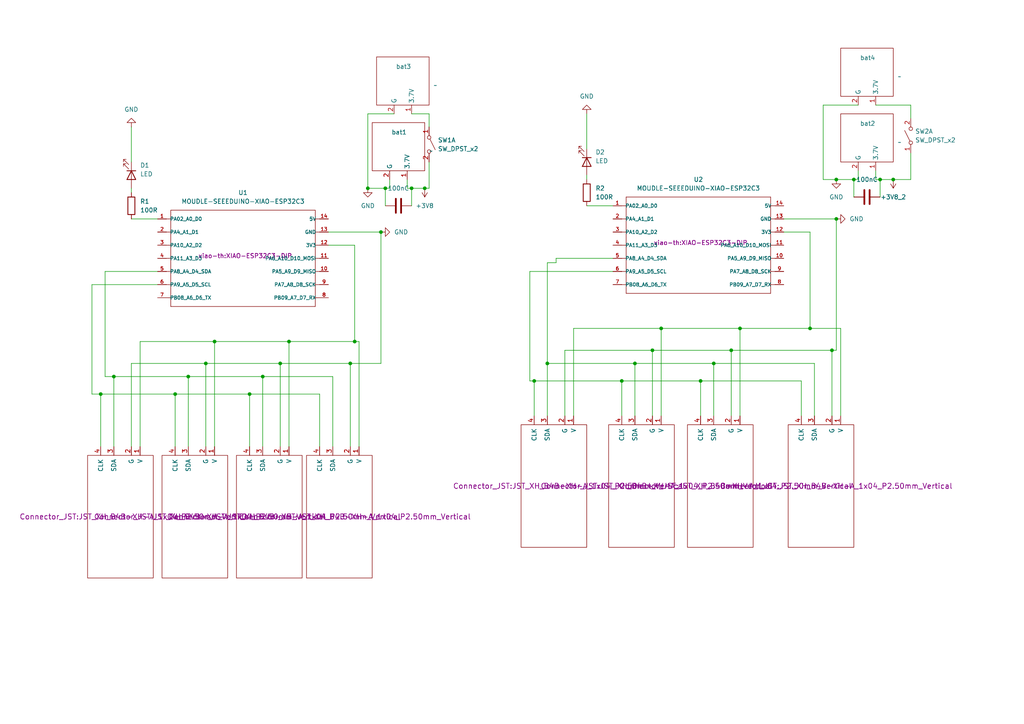
<source format=kicad_sch>
(kicad_sch (version 20250114) (generator "eeschema") (generator_version "9.0")
  (paper "A4")
  (lib_symbols
    (symbol "Device:C" (pin_numbers (hide yes)) (pin_names (offset 0.254))
      (property "Reference" "C" (at 0.635 2.54 0))
      (property "Value" "C" (at 0.635 -2.54 0))
      (symbol "C_0_1"
        (polyline (pts (xy -2.032 0.762) (xy 2.032 0.762)) (stroke (width 0.508)))
        (polyline (pts (xy -2.032 -0.762) (xy 2.032 -0.762)) (stroke (width 0.508)))
      )
      (symbol "C_1_1"
        (pin passive line (at 0 3.81 270) (length 2.794) (name "~") (number "1"))
        (pin passive line (at 0 -3.81 90) (length 2.794) (name "~") (number "2"))
      )
    )
    (symbol "Device:LED" (pin_numbers (hide yes)) (pin_names (offset 1.016) (hide yes))
      (property "Reference" "D" (at 0 2.54 0))
      (property "Value" "LED" (at 0 -2.54 0))
      (symbol "LED_0_1"
        (polyline (pts (xy -3.048 -0.762) (xy -4.572 -2.286) (xy -3.81 -2.286) (xy -4.572 -2.286) (xy -4.572 -1.524)))
        (polyline (pts (xy -1.778 -0.762) (xy -3.302 -2.286) (xy -2.54 -2.286) (xy -3.302 -2.286) (xy -3.302 -1.524)))
        (polyline (pts (xy -1.27 0) (xy 1.27 0)))
        (polyline (pts (xy -1.27 -1.27) (xy -1.27 1.27)) (stroke (width 0.254)))
        (polyline (pts (xy 1.27 -1.27) (xy 1.27 1.27) (xy -1.27 0) (xy 1.27 -1.27)) (stroke (width 0.254)))
      )
      (symbol "LED_1_1"
        (pin passive line (at -3.81 0 0) (length 2.54) (name "K") (number "1"))
        (pin passive line (at 3.81 0 180) (length 2.54) (name "A") (number "2"))
      )
    )
    (symbol "Device:R" (pin_numbers (hide yes)) (pin_names (offset 0))
      (property "Reference" "R" (at 2.032 0 90))
      (property "Value" "R" (at 0 0 90))
      (symbol "R_0_1"
        (rectangle (start -1.016 -2.54) (end 1.016 2.54) (stroke (width 0.254)))
      )
      (symbol "R_1_1"
        (pin passive line (at 0 3.81 270) (length 1.27) (name "~") (number "1"))
        (pin passive line (at 0 -3.81 90) (length 1.27) (name "~") (number "2"))
      )
    )
    (symbol "Switch:SW_DPST_x2" (pin_names (offset 0) (hide yes))
      (property "Reference" "SW" (at 0 3.175 0))
      (property "Value" "SW_DPST_x2" (at 0 -2.54 0))
      (symbol "SW_DPST_x2_0_0"
        (circle (center -2.032 0) (radius 0.508))
        (polyline (pts (xy -1.524 0.254) (xy 1.524 1.778)))
        (circle (center 2.032 0) (radius 0.508))
      )
      (symbol "SW_DPST_x2_1_1"
        (pin passive line (at -5.08 0 0) (length 2.54) (name "A") (number "1"))
        (pin passive line (at 5.08 0 180) (length 2.54) (name "B") (number "2"))
      )
      (symbol "SW_DPST_x2_2_1"
        (pin passive line (at -5.08 0 0) (length 2.54) (name "A") (number "3"))
        (pin passive line (at 5.08 0 180) (length 2.54) (name "B") (number "4"))
      )
    )
    (symbol "extra:BAT"
      (property "Reference" "bat" (at 0 0 0))
      (symbol "BAT_0_1"
        (rectangle (start -7.62 6.35) (end 7.62 -7.62))
      )
      (symbol "BAT_1_1"
        (pin input line (at -2.54 8.89 270) (length 2.54) (name "3.7V") (number "1"))
        (pin input line (at 2.54 8.89 270) (length 2.54) (name "G") (number "2"))
      )
    )
    (symbol "mlx90393:MLX90393" (pin_names (offset 1.016))
      (symbol "MLX90393_0_1"
        (rectangle (start 10.16 -17.78) (end -8.89 17.78))
      )
      (symbol "MLX90393_1_1"
        (pin input line (at -5.08 20.32 270) (length 2.54) (name "CLK") (number "4"))
        (pin input line (at -1.27 20.32 270) (length 2.54) (name "SDA") (number "3"))
        (pin input line (at 3.81 20.32 270) (length 2.54) (name "G") (number "2"))
        (pin input line (at 6.35 20.32 270) (length 2.54) (name "V") (number "1"))
      )
    )
    (symbol "power:+3V8" (power) (pin_numbers (hide yes)) (pin_names (offset 0) (hide yes))
      (property "Value" "+3V8" (at 0 3.556 0))
      (symbol "+3V8_0_1"
        (polyline (pts (xy -0.762 1.27) (xy 0 2.54)))
        (polyline (pts (xy 0 2.54) (xy 0.762 1.27)))
        (polyline (pts (xy 0 0) (xy 0 2.54)))
      )
      (symbol "+3V8_1_1"
        (pin power_in line (at 0 0 90) (length 0) (name "~") (number "1"))
      )
    )
    (symbol "power:GND" (power) (pin_numbers (hide yes)) (pin_names (offset 0) (hide yes))
      (property "Value" "GND" (at 0 -3.81 0))
      (symbol "GND_0_1"
        (polyline (pts (xy 0 0) (xy 0 -1.27) (xy 1.27 -1.27) (xy 0 -2.54) (xy -1.27 -1.27) (xy 0 -1.27)))
      )
      (symbol "GND_1_1"
        (pin power_in line (at 0 0 270) (length 0) (name "~") (number "1"))
      )
    )
    (symbol "xiaoESP32:MOUDLE-SEEEDUINO-XIAO-ESP32C3" (pin_names (offset 1.016))
      (property "Reference" "U" (at -21.59 15.24 0))
      (property "Value" "MOUDLE-SEEEDUINO-XIAO-ESP32C3" (at -21.59 13.97 0))
      (symbol "MOUDLE-SEEEDUINO-XIAO-ESP32C3_0_0"
        (polyline (pts (xy -21.59 13.97) (xy 20.32 13.97)) (stroke (width 0.1524)))
        (polyline (pts (xy -21.59 11.43) (xy -22.86 11.43)) (stroke (width 0.1524)))
        (polyline (pts (xy -21.59 11.43) (xy -21.59 13.97)) (stroke (width 0.1524)))
        (polyline (pts (xy -21.59 7.62) (xy -22.86 7.62)) (stroke (width 0.1524)))
        (polyline (pts (xy -21.59 7.62) (xy -21.59 11.43)) (stroke (width 0.1524)))
        (polyline (pts (xy -21.59 3.81) (xy -22.86 3.81)) (stroke (width 0.1524)))
        (polyline (pts (xy -21.59 3.81) (xy -21.59 7.62)) (stroke (width 0.1524)))
        (polyline (pts (xy -21.59 0) (xy -22.86 0)) (stroke (width 0.1524)))
        (polyline (pts (xy -21.59 0) (xy -21.59 3.81)) (stroke (width 0.1524)))
        (polyline (pts (xy -21.59 -3.81) (xy -22.86 -3.81)) (stroke (width 0.1524)))
        (polyline (pts (xy -21.59 -7.62) (xy -22.86 -7.62)) (stroke (width 0.1524)))
        (polyline (pts (xy -21.59 -11.43) (xy -22.86 -11.43)) (stroke (width 0.1524)))
        (polyline (pts (xy -21.59 -13.97) (xy -21.59 0)) (stroke (width 0.1524)))
        (polyline (pts (xy 20.32 13.97) (xy 20.32 11.43)) (stroke (width 0.1524)))
        (polyline (pts (xy 20.32 11.43) (xy 20.32 7.62)) (stroke (width 0.1524)))
        (polyline (pts (xy 20.32 7.62) (xy 20.32 3.81)) (stroke (width 0.1524)))
        (polyline (pts (xy 20.32 3.81) (xy 20.32 -13.97)) (stroke (width 0.1524)))
        (polyline (pts (xy 20.32 -13.97) (xy -21.59 -13.97)) (stroke (width 0.1524)))
        (polyline (pts (xy 21.59 11.43) (xy 20.32 11.43)) (stroke (width 0.1524)))
        (polyline (pts (xy 21.59 7.62) (xy 20.32 7.62)) (stroke (width 0.1524)))
        (polyline (pts (xy 21.59 3.81) (xy 20.32 3.81)) (stroke (width 0.1524)))
        (polyline (pts (xy 21.59 0) (xy 20.32 0)) (stroke (width 0.1524)))
        (polyline (pts (xy 21.59 -3.81) (xy 20.32 -3.81)) (stroke (width 0.1524)))
        (polyline (pts (xy 21.59 -7.62) (xy 20.32 -7.62)) (stroke (width 0.1524)))
        (polyline (pts (xy 21.59 -11.43) (xy 20.32 -11.43)) (stroke (width 0.1524)))
        (pin bidirectional line (at -25.4 11.43 0) (length 2.54) (name "PA02_A0_D0") (number "1"))
        (pin bidirectional line (at -25.4 7.62 0) (length 2.54) (name "PA4_A1_D1") (number "2"))
        (pin bidirectional line (at -25.4 3.81 0) (length 2.54) (name "PA10_A2_D2") (number "3"))
        (pin bidirectional line (at -25.4 0 0) (length 2.54) (name "PA11_A3_D3") (number "4"))
        (pin bidirectional line (at -25.4 -3.81 0) (length 2.54) (name "PA8_A4_D4_SDA") (number "5"))
        (pin bidirectional line (at -25.4 -7.62 0) (length 2.54) (name "PA9_A5_D5_SCL") (number "6"))
        (pin bidirectional line (at -25.4 -11.43 0) (length 2.54) (name "PB08_A6_D6_TX") (number "7"))
        (pin bidirectional line (at 24.13 11.43 180) (length 2.54) (name "5V") (number "14"))
        (pin bidirectional line (at 24.13 7.62 180) (length 2.54) (name "GND") (number "13"))
        (pin bidirectional line (at 24.13 3.81 180) (length 2.54) (name "3V3") (number "12"))
        (pin bidirectional line (at 24.13 0 180) (length 2.54) (name "PA6_A10_D10_MOSI") (number "11"))
        (pin bidirectional line (at 24.13 -3.81 180) (length 2.54) (name "PA5_A9_D9_MISO") (number "10"))
        (pin bidirectional line (at 24.13 -7.62 180) (length 2.54) (name "PA7_A8_D8_SCK") (number "9"))
        (pin bidirectional line (at 24.13 -11.43 180) (length 2.54) (name "PB09_A7_D7_RX") (number "8"))
      )
    )
  )
  (junction (at 189.23 101.6))
  (junction (at 242.57 52.07))
  (junction (at 62.23 99.06))
  (junction (at 72.39 114.3))
  (junction (at 207.01 105.41))
  (junction (at 242.57 63.5))
  (junction (at 81.28 105.41))
  (junction (at 101.6 105.41))
  (junction (at 106.68 54.61))
  (junction (at 212.09 101.6))
  (junction (at 50.8 114.3))
  (junction (at 241.3 101.6))
  (junction (at 214.63 95.25))
  (junction (at 255.27 52.07))
  (junction (at 191.77 95.25))
  (junction (at 203.2 110.49))
  (junction (at 83.82 99.06))
  (junction (at 119.38 54.61))
  (junction (at 33.02 109.22))
  (junction (at 259.08 52.07))
  (junction (at 123.19 54.61))
  (junction (at 111.76 54.61))
  (junction (at 110.49 67.31))
  (junction (at 76.2 109.22))
  (junction (at 154.94 110.49))
  (junction (at 54.61 109.22))
  (junction (at 102.87 99.06))
  (junction (at 184.15 105.41))
  (junction (at 158.75 105.41))
  (junction (at 29.21 114.3))
  (junction (at 180.34 110.49))
  (junction (at 59.69 105.41))
  (junction (at 247.65 52.07))
  (junction (at 234.95 95.25))
  (wire (pts (xy 191.77 95.25) (xy 214.63 95.25)))
  (wire (pts (xy 161.29 76.2) (xy 161.29 74.93)))
  (wire (pts (xy 207.01 105.41) (xy 236.22 105.41)))
  (wire (pts (xy 247.65 52.07) (xy 248.92 52.07)))
  (wire (pts (xy 189.23 101.6) (xy 212.09 101.6)))
  (wire (pts (xy 214.63 95.25) (xy 214.63 120.65)))
  (wire (pts (xy 111.76 54.61) (xy 113.03 54.61)))
  (wire (pts (xy 59.69 105.41) (xy 59.69 129.54)))
  (wire (pts (xy 180.34 110.49) (xy 203.2 110.49)))
  (wire (pts (xy 102.87 71.12) (xy 102.87 99.06)))
  (wire (pts (xy 54.61 109.22) (xy 54.61 129.54)))
  (wire (pts (xy 33.02 129.54) (xy 33.02 109.22)))
  (wire (pts (xy 264.16 44.45) (xy 264.16 52.07)))
  (wire (pts (xy 81.28 105.41) (xy 101.6 105.41)))
  (wire (pts (xy 153.67 78.74) (xy 177.8 78.74)))
  (wire (pts (xy 119.38 54.61) (xy 119.38 59.69)))
  (wire (pts (xy 124.46 54.61) (xy 123.19 54.61)))
  (wire (pts (xy 30.48 109.22) (xy 33.02 109.22)))
  (wire (pts (xy 72.39 114.3) (xy 92.71 114.3)))
  (wire (pts (xy 247.65 52.07) (xy 247.65 57.15)))
  (wire (pts (xy 254 30.48) (xy 264.16 30.48)))
  (wire (pts (xy 242.57 52.07) (xy 247.65 52.07)))
  (wire (pts (xy 113.03 54.61) (xy 113.03 52.07)))
  (wire (pts (xy 124.46 33.02) (xy 124.46 36.83)))
  (wire (pts (xy 59.69 105.41) (xy 81.28 105.41)))
  (wire (pts (xy 255.27 52.07) (xy 254 52.07)))
  (wire (pts (xy 45.72 78.74) (xy 30.48 78.74)))
  (wire (pts (xy 158.75 105.41) (xy 184.15 105.41)))
  (wire (pts (xy 119.38 54.61) (xy 123.19 54.61)))
  (wire (pts (xy 238.76 52.07) (xy 242.57 52.07)))
  (wire (pts (xy 232.41 120.65) (xy 232.41 110.49)))
  (wire (pts (xy 154.94 120.65) (xy 154.94 110.49)))
  (wire (pts (xy 124.46 46.99) (xy 124.46 54.61)))
  (wire (pts (xy 50.8 114.3) (xy 50.8 129.54)))
  (wire (pts (xy 207.01 105.41) (xy 207.01 120.65)))
  (wire (pts (xy 40.64 99.06) (xy 62.23 99.06)))
  (wire (pts (xy 158.75 105.41) (xy 158.75 120.65)))
  (wire (pts (xy 102.87 99.06) (xy 104.14 99.06)))
  (wire (pts (xy 119.38 33.02) (xy 124.46 33.02)))
  (wire (pts (xy 38.1 105.41) (xy 59.69 105.41)))
  (wire (pts (xy 184.15 105.41) (xy 184.15 120.65)))
  (wire (pts (xy 254 52.07) (xy 254 49.53)))
  (wire (pts (xy 242.57 63.5) (xy 242.57 101.6)))
  (wire (pts (xy 54.61 109.22) (xy 76.2 109.22)))
  (wire (pts (xy 153.67 78.74) (xy 153.67 110.49)))
  (wire (pts (xy 161.29 76.2) (xy 158.75 76.2)))
  (wire (pts (xy 30.48 78.74) (xy 30.48 109.22)))
  (wire (pts (xy 29.21 129.54) (xy 29.21 114.3)))
  (wire (pts (xy 163.83 101.6) (xy 189.23 101.6)))
  (wire (pts (xy 170.18 50.8) (xy 170.18 52.07)))
  (wire (pts (xy 166.37 95.25) (xy 191.77 95.25)))
  (wire (pts (xy 264.16 30.48) (xy 264.16 34.29)))
  (wire (pts (xy 238.76 30.48) (xy 238.76 52.07)))
  (wire (pts (xy 106.68 33.02) (xy 106.68 54.61)))
  (wire (pts (xy 33.02 109.22) (xy 54.61 109.22)))
  (wire (pts (xy 95.25 67.31) (xy 110.49 67.31)))
  (wire (pts (xy 180.34 110.49) (xy 180.34 120.65)))
  (wire (pts (xy 236.22 105.41) (xy 236.22 120.65)))
  (wire (pts (xy 264.16 52.07) (xy 259.08 52.07)))
  (wire (pts (xy 114.3 33.02) (xy 106.68 33.02)))
  (wire (pts (xy 184.15 105.41) (xy 207.01 105.41)))
  (wire (pts (xy 83.82 99.06) (xy 83.82 129.54)))
  (wire (pts (xy 234.95 95.25) (xy 243.84 95.25)))
  (wire (pts (xy 76.2 109.22) (xy 76.2 129.54)))
  (wire (pts (xy 243.84 95.25) (xy 243.84 120.65)))
  (wire (pts (xy 26.67 114.3) (xy 29.21 114.3)))
  (wire (pts (xy 163.83 120.65) (xy 163.83 101.6)))
  (wire (pts (xy 255.27 52.07) (xy 259.08 52.07)))
  (wire (pts (xy 154.94 110.49) (xy 180.34 110.49)))
  (wire (pts (xy 158.75 76.2) (xy 158.75 105.41)))
  (wire (pts (xy 50.8 114.3) (xy 72.39 114.3)))
  (wire (pts (xy 76.2 109.22) (xy 96.52 109.22)))
  (wire (pts (xy 40.64 129.54) (xy 40.64 99.06)))
  (wire (pts (xy 38.1 63.5) (xy 45.72 63.5)))
  (wire (pts (xy 29.21 114.3) (xy 50.8 114.3)))
  (wire (pts (xy 106.68 54.61) (xy 111.76 54.61)))
  (wire (pts (xy 102.87 71.12) (xy 95.25 71.12)))
  (wire (pts (xy 118.11 54.61) (xy 118.11 52.07)))
  (wire (pts (xy 26.67 114.3) (xy 26.67 82.55)))
  (wire (pts (xy 111.76 54.61) (xy 111.76 59.69)))
  (wire (pts (xy 119.38 54.61) (xy 118.11 54.61)))
  (wire (pts (xy 212.09 101.6) (xy 241.3 101.6)))
  (wire (pts (xy 81.28 105.41) (xy 81.28 129.54)))
  (wire (pts (xy 189.23 101.6) (xy 189.23 120.65)))
  (wire (pts (xy 83.82 99.06) (xy 102.87 99.06)))
  (wire (pts (xy 38.1 129.54) (xy 38.1 105.41)))
  (wire (pts (xy 234.95 67.31) (xy 227.33 67.31)))
  (wire (pts (xy 234.95 67.31) (xy 234.95 95.25)))
  (wire (pts (xy 104.14 99.06) (xy 104.14 129.54)))
  (wire (pts (xy 110.49 67.31) (xy 110.49 105.41)))
  (wire (pts (xy 255.27 52.07) (xy 255.27 57.15)))
  (wire (pts (xy 170.18 59.69) (xy 177.8 59.69)))
  (wire (pts (xy 38.1 36.83) (xy 38.1 46.99)))
  (wire (pts (xy 153.67 110.49) (xy 154.94 110.49)))
  (wire (pts (xy 203.2 110.49) (xy 232.41 110.49)))
  (wire (pts (xy 203.2 120.65) (xy 203.2 110.49)))
  (wire (pts (xy 214.63 95.25) (xy 234.95 95.25)))
  (wire (pts (xy 62.23 99.06) (xy 83.82 99.06)))
  (wire (pts (xy 170.18 33.02) (xy 170.18 43.18)))
  (wire (pts (xy 38.1 54.61) (xy 38.1 55.88)))
  (wire (pts (xy 191.77 95.25) (xy 191.77 120.65)))
  (wire (pts (xy 101.6 105.41) (xy 110.49 105.41)))
  (wire (pts (xy 212.09 101.6) (xy 212.09 120.65)))
  (wire (pts (xy 248.92 52.07) (xy 248.92 49.53)))
  (wire (pts (xy 241.3 101.6) (xy 242.57 101.6)))
  (wire (pts (xy 161.29 74.93) (xy 177.8 74.93)))
  (wire (pts (xy 72.39 129.54) (xy 72.39 114.3)))
  (wire (pts (xy 166.37 120.65) (xy 166.37 95.25)))
  (wire (pts (xy 26.67 82.55) (xy 45.72 82.55)))
  (wire (pts (xy 96.52 109.22) (xy 96.52 129.54)))
  (wire (pts (xy 248.92 30.48) (xy 238.76 30.48)))
  (wire (pts (xy 227.33 63.5) (xy 242.57 63.5)))
  (wire (pts (xy 241.3 101.6) (xy 241.3 120.65)))
  (wire (pts (xy 92.71 129.54) (xy 92.71 114.3)))
  (wire (pts (xy 101.6 105.41) (xy 101.6 129.54)))
  (wire (pts (xy 62.23 99.06) (xy 62.23 129.54)))
  (symbol (lib_id "Switch:SW_DPST_x2") (at 124.46 41.91 270) (unit 1)
    (property "Reference" "SW1" (at 127 40.6399 90) (effects (justify left)))
    (property "Value" "SW_DPST_x2" (at 127 43.1799 90) (effects (justify left)))
    (property "Footprint" "Connector_JST:JST_PH_B2B-PH-K_1x02_P2.00mm_Vertical" (effects (hide yes)))
    (property "Description" "Single Pole Single Throw (SPST) switch, separate symbol" (effects (hide yes)))
  )
  (symbol (lib_id "extra:BAT") (at 251.46 21.59 180) (unit 1)
    (property "Reference" "bat4" (at 249.428 16.764 0) (effects (justify right)))
    (property "Value" "~" (at 260.35 22.225 0) (effects (justify right)))
    (property "Footprint" "Connector_JST:JST_PH_B2B-PH-K_1x02_P2.00mm_Vertical" (effects (hide yes)))
  )
  (symbol (lib_id "mlx90393:MLX90393") (at 208.28 140.97 0) (unit 1)
    (property "Reference" "IC7" (effects (hide yes)))
    (property "Value" "MLX90393" (effects (hide yes)))
    (property "Footprint" "Connector_JST:JST_XH_B4B-XH-A_1x04_P2.50mm_Vertical" (at 213.36 140.97 0) (effects (font (size 1.524 1.524))))
  )
  (symbol (lib_id "extra:BAT") (at 116.84 24.13 180) (unit 1)
    (property "Reference" "bat3" (at 114.808 19.304 0) (effects (justify right)))
    (property "Value" "~" (at 125.73 24.765 0) (effects (justify right)))
    (property "Footprint" "Connector_JST:JST_PH_B2B-PH-K_1x02_P2.00mm_Vertical" (effects (hide yes)))
  )
  (symbol (lib_id "power:GND") (at 38.1 36.83 180) (unit 1)
    (property "Reference" "#PWR06" (effects (hide yes)))
    (property "Value" "GND" (at 38.1 31.75 0))
    (property "Description" "Power symbol creates a global label with name \"GND\" , ground" (effects (hide yes)))
  )
  (symbol (lib_id "Switch:SW_DPST_x2") (at 264.16 39.37 90) (unit 1)
    (property "Reference" "SW2" (at 265.43 38.0999 90) (effects (justify right)))
    (property "Value" "SW_DPST_x2" (at 265.43 40.6399 90) (effects (justify right)))
    (property "Footprint" "Connector_JST:JST_PH_B2B-PH-K_1x02_P2.00mm_Vertical" (effects (hide yes)))
    (property "Description" "Single Pole Single Throw (SPST) switch, separate symbol" (effects (hide yes)))
  )
  (symbol (lib_id "power:GND") (at 106.68 54.61 0) (unit 1)
    (property "Reference" "#PWR02" (effects (hide yes)))
    (property "Value" "GND" (at 106.68 59.69 0))
    (property "Description" "Power symbol creates a global label with name \"GND\" , ground" (effects (hide yes)))
  )
  (symbol (lib_id "power:GND") (at 242.57 52.07 0) (unit 1)
    (property "Reference" "#PWR09" (effects (hide yes)))
    (property "Value" "GND" (at 242.57 57.15 0))
    (property "Description" "Power symbol creates a global label with name \"GND\" , ground" (effects (hide yes)))
  )
  (symbol (lib_id "Device:R") (at 38.1 59.69 0) (unit 1)
    (property "Reference" "R1" (at 40.64 58.4199 0) (effects (justify left)))
    (property "Value" "100R" (at 40.64 60.9599 0) (effects (justify left)))
    (property "Footprint" "Resistor_THT:R_Axial_DIN0204_L3.6mm_D1.6mm_P1.90mm_Vertical" (effects (hide yes)))
    (property "Description" "Resistor" (effects (hide yes)))
  )
  (symbol (lib_id "xiaoESP32:MOUDLE-SEEEDUINO-XIAO-ESP32C3") (at 203.2 71.12 0) (unit 1)
    (property "Reference" "U2" (at 202.565 52.07 0))
    (property "Value" "MOUDLE-SEEEDUINO-XIAO-ESP32C3" (at 202.565 54.61 0))
    (property "Footprint" "xiao-th:XIAO-ESP32C3-DIP" (at 203.2 71.12 0) (effects (justify bottom)))
  )
  (symbol (lib_id "Device:C") (at 115.57 59.69 270) (unit 1)
    (property "Reference" "C1" (effects (hide yes)))
    (property "Value" "100nC" (at 115.57 54.61 90))
    (property "Footprint" "Capacitor_THT:CP_Radial_D5.0mm_P2.50mm" (effects (hide yes)))
    (property "Description" "Unpolarized capacitor" (effects (hide yes)))
  )
  (symbol (lib_id "power:GND") (at 110.49 67.31 90) (unit 1)
    (property "Reference" "#PWR05" (effects (hide yes)))
    (property "Value" "GND" (at 114.3 67.3099 90) (effects (justify right)))
    (property "Description" "Power symbol creates a global label with name \"GND\" , ground" (effects (hide yes)))
  )
  (symbol (lib_id "mlx90393:MLX90393") (at 237.49 140.97 0) (unit 1)
    (property "Reference" "IC8" (effects (hide yes)))
    (property "Value" "MLX90393" (effects (hide yes)))
    (property "Footprint" "Connector_JST:JST_XH_B4B-XH-A_1x04_P2.50mm_Vertical" (at 242.57 140.97 0) (effects (font (size 1.524 1.524))))
  )
  (symbol (lib_id "mlx90393:MLX90393") (at 77.47 149.86 0) (unit 1)
    (property "Reference" "IC3" (effects (hide yes)))
    (property "Value" "MLX90393" (effects (hide yes)))
    (property "Footprint" "Connector_JST:JST_XH_B4B-XH-A_1x04_P2.50mm_Vertical" (at 82.55 149.86 0) (effects (font (size 1.524 1.524))))
  )
  (symbol (lib_id "Device:R") (at 170.18 55.88 0) (unit 1)
    (property "Reference" "R2" (at 172.72 54.6099 0) (effects (justify left)))
    (property "Value" "100R" (at 172.72 57.1499 0) (effects (justify left)))
    (property "Footprint" "Resistor_THT:R_Axial_DIN0204_L3.6mm_D1.6mm_P1.90mm_Vertical" (effects (hide yes)))
    (property "Description" "Resistor" (effects (hide yes)))
  )
  (symbol (lib_id "Device:LED") (at 170.18 46.99 270) (unit 1)
    (property "Reference" "D2" (at 172.72 44.1324 90) (effects (justify left)))
    (property "Value" "LED" (at 172.72 46.6724 90) (effects (justify left)))
    (property "Footprint" "LED_THT:LED_D3.0mm" (effects (hide yes)))
    (property "Description" "Light emitting diode" (effects (hide yes)))
    (property "Sim.Pins" "1=K 2=A" (effects (hide yes)))
  )
  (symbol (lib_id "power:+3V8") (at 123.19 54.61 180) (unit 1)
    (property "Reference" "#PWR03" (effects (hide yes)))
    (property "Value" "+3V8" (at 123.19 59.69 0))
    (property "Description" "Power symbol creates a global label with name \"+3V8\"" (effects (hide yes)))
  )
  (symbol (lib_id "mlx90393:MLX90393") (at 97.79 149.86 0) (unit 1)
    (property "Reference" "IC4" (effects (hide yes)))
    (property "Value" "MLX90393" (effects (hide yes)))
    (property "Footprint" "Connector_JST:JST_XH_B4B-XH-A_1x04_P2.50mm_Vertical" (at 102.87 149.86 0) (effects (font (size 1.524 1.524))))
  )
  (symbol (lib_id "mlx90393:MLX90393") (at 185.42 140.97 0) (unit 1)
    (property "Reference" "IC6" (effects (hide yes)))
    (property "Value" "MLX90393" (effects (hide yes)))
    (property "Footprint" "Connector_JST:JST_XH_B4B-XH-A_1x04_P2.50mm_Vertical" (at 190.5 140.97 0) (effects (font (size 1.524 1.524))))
  )
  (symbol (lib_id "Device:C") (at 251.46 57.15 270) (unit 1)
    (property "Reference" "C2" (effects (hide yes)))
    (property "Value" "100nC" (at 251.46 52.07 90))
    (property "Footprint" "Capacitor_THT:CP_Radial_D5.0mm_P2.50mm" (effects (hide yes)))
    (property "Description" "Unpolarized capacitor" (effects (hide yes)))
  )
  (symbol (lib_id "xiaoESP32:MOUDLE-SEEEDUINO-XIAO-ESP32C3") (at 71.12 74.93 0) (unit 1)
    (property "Reference" "U1" (at 70.485 55.88 0))
    (property "Value" "MOUDLE-SEEEDUINO-XIAO-ESP32C3" (at 70.485 58.42 0))
    (property "Footprint" "xiao-th:XIAO-ESP32C3-DIP" (at 71.12 74.93 0) (effects (justify bottom)))
  )
  (symbol (lib_id "mlx90393:MLX90393") (at 55.88 149.86 0) (unit 1)
    (property "Reference" "IC2" (effects (hide yes)))
    (property "Value" "MLX90393" (effects (hide yes)))
    (property "Footprint" "Connector_JST:JST_XH_B4B-XH-A_1x04_P2.50mm_Vertical" (at 60.96 149.86 0) (effects (font (size 1.524 1.524))))
  )
  (symbol (lib_id "power:+3V8") (at 259.08 52.07 180) (unit 1)
    (property "Reference" "#PWR010" (effects (hide yes)))
    (property "Value" "+3V8_2" (at 259.08 57.15 0))
    (property "Description" "Power symbol creates a global label with name \"+3V8\"" (effects (hide yes)))
  )
  (symbol (lib_id "mlx90393:MLX90393") (at 160.02 140.97 0) (unit 1)
    (property "Reference" "IC5" (effects (hide yes)))
    (property "Value" "MLX90393" (effects (hide yes)))
    (property "Footprint" "Connector_JST:JST_XH_B4B-XH-A_1x04_P2.50mm_Vertical" (at 165.1 140.97 0) (effects (font (size 1.524 1.524))))
  )
  (symbol (lib_id "power:GND") (at 242.57 63.5 90) (unit 1)
    (property "Reference" "#PWR011" (effects (hide yes)))
    (property "Value" "GND" (at 246.38 63.4999 90) (effects (justify right)))
    (property "Description" "Power symbol creates a global label with name \"GND\" , ground" (effects (hide yes)))
  )
  (symbol (lib_id "power:GND") (at 170.18 33.02 180) (unit 1)
    (property "Reference" "#PWR07" (effects (hide yes)))
    (property "Value" "GND" (at 170.18 27.94 0))
    (property "Description" "Power symbol creates a global label with name \"GND\" , ground" (effects (hide yes)))
  )
  (symbol (lib_id "mlx90393:MLX90393") (at 34.29 149.86 0) (unit 1)
    (property "Reference" "IC1" (effects (hide yes)))
    (property "Value" "MLX90393" (effects (hide yes)))
    (property "Footprint" "Connector_JST:JST_XH_B4B-XH-A_1x04_P2.50mm_Vertical" (at 39.37 149.86 0) (effects (font (size 1.524 1.524))))
  )
  (symbol (lib_id "extra:BAT") (at 251.46 40.64 180) (unit 1)
    (property "Reference" "bat2" (at 249.428 35.814 0) (effects (justify right)))
    (property "Value" "~" (at 260.35 41.275 0) (effects (justify right)))
    (property "Footprint" "Connector_JST:JST_PH_B2B-PH-K_1x02_P2.00mm_Vertical" (effects (hide yes)))
  )
  (symbol (lib_id "Device:LED") (at 38.1 50.8 270) (unit 1)
    (property "Reference" "D1" (at 40.64 47.9424 90) (effects (justify left)))
    (property "Value" "LED" (at 40.64 50.4824 90) (effects (justify left)))
    (property "Footprint" "LED_THT:LED_D3.0mm" (effects (hide yes)))
    (property "Description" "Light emitting diode" (effects (hide yes)))
    (property "Sim.Pins" "1=K 2=A" (effects (hide yes)))
  )
  (symbol (lib_id "extra:BAT") (at 115.57 43.18 180) (unit 1)
    (property "Reference" "bat1" (at 113.538 38.354 0) (effects (justify right)))
    (property "Value" "~" (at 124.46 43.815 0) (effects (justify right)))
    (property "Footprint" "Connector_JST:JST_PH_B2B-PH-K_1x02_P2.00mm_Vertical" (effects (hide yes)))
  )
)
</source>
